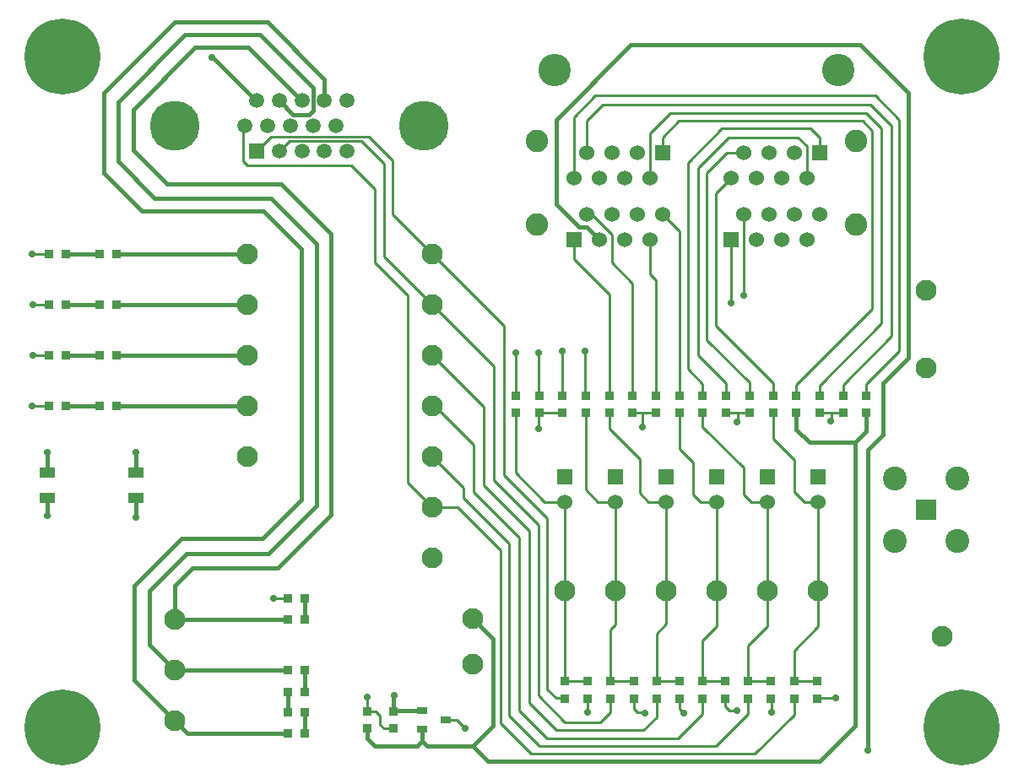
<source format=gtl>
G04*
G04 #@! TF.GenerationSoftware,Altium Limited,Altium Designer,19.1.8 (144)*
G04*
G04 Layer_Physical_Order=1*
G04 Layer_Color=255*
%FSLAX25Y25*%
%MOIN*%
G70*
G01*
G75*
%ADD10C,0.01000*%
%ADD13C,0.01500*%
%ADD33R,0.03740X0.03740*%
%ADD34R,0.03740X0.03740*%
%ADD35R,0.05906X0.04331*%
%ADD36R,0.03937X0.02559*%
%ADD37C,0.08268*%
%ADD38C,0.12795*%
%ADD39C,0.08858*%
%ADD40C,0.06000*%
%ADD41R,0.06000X0.06000*%
%ADD42C,0.05906*%
%ADD43R,0.05906X0.05906*%
%ADD44C,0.19685*%
%ADD45C,0.03000*%
%ADD46C,0.30000*%
%ADD47R,0.07874X0.07874*%
%ADD48C,0.09449*%
%ADD49R,0.06000X0.06000*%
%ADD50C,0.02800*%
D10*
X421150Y241653D02*
X425767D01*
X416533D02*
X421150D01*
Y238650D02*
Y241653D01*
X421000Y238500D02*
X421150Y238650D01*
X416500Y241620D02*
X416533Y241653D01*
X384217D02*
X388833D01*
X379600D02*
X384217D01*
X384000Y238000D02*
X384217Y238217D01*
Y241653D01*
X342667D02*
X346500D01*
Y236000D02*
Y241653D01*
X351900D01*
X342500Y241487D02*
X342667Y241653D01*
X305500Y241420D02*
X305733Y241653D01*
X314967D01*
X241154Y123846D02*
X243000Y122000D01*
X238000Y123846D02*
X241154D01*
X243000Y118586D02*
Y122000D01*
Y118586D02*
X244552Y117034D01*
X248244D01*
X238000Y123846D02*
Y129500D01*
X319500Y358500D02*
X328000Y367000D01*
X319500Y334500D02*
Y358500D01*
X238553Y350947D02*
X248000Y341500D01*
Y320000D02*
Y341500D01*
Y320000D02*
X263500Y304500D01*
X244500Y303500D02*
Y340000D01*
Y303500D02*
X263500Y284500D01*
X235447Y349053D02*
X244500Y340000D01*
X231500Y339500D02*
X241000Y330000D01*
X190500Y339500D02*
X231500D01*
X189000Y341000D02*
X190500Y339500D01*
X189000Y341000D02*
Y354394D01*
X189606Y355000D01*
X263500Y204500D02*
X273500D01*
X254000Y214000D02*
Y288000D01*
Y214000D02*
X263500Y204500D01*
X241000Y301000D02*
X254000Y288000D01*
X241000Y301000D02*
Y330000D01*
X221012Y344988D02*
X221024Y345000D01*
X199963Y350947D02*
X238553D01*
X207124Y349053D02*
X235447D01*
X203071Y345000D02*
X207124Y349053D01*
X194173Y345158D02*
X199963Y350947D01*
X105500Y304500D02*
X112153D01*
X106000Y284500D02*
X112153D01*
X106000Y264500D02*
X112153D01*
X105500Y244500D02*
X112153D01*
X201000Y168500D02*
X206653D01*
X273500Y204500D02*
X290500Y187500D01*
Y119000D02*
Y187500D01*
X263500Y224500D02*
X276000Y212000D01*
Y208000D02*
Y212000D01*
Y208000D02*
X294000Y190000D01*
Y122000D02*
Y190000D01*
X292000Y217000D02*
Y276000D01*
X263500Y304500D02*
X292000Y276000D01*
X288000Y215000D02*
Y260000D01*
X263500Y284500D02*
X288000Y260000D01*
X284000Y213000D02*
Y244000D01*
X263500Y264500D02*
X284000Y244000D01*
X280000Y210500D02*
Y229000D01*
X264500Y244500D02*
X280000Y229000D01*
X263500Y244500D02*
X264500D01*
X280000Y210500D02*
X298000Y192500D01*
X292000Y217000D02*
X309000Y200000D01*
X284000Y213000D02*
X302000Y195000D01*
X308000Y206500D02*
X316000D01*
X296500Y218000D02*
X308000Y206500D01*
X296500Y218000D02*
Y241653D01*
X305500Y130000D02*
Y197500D01*
X288000Y215000D02*
X305500Y197500D01*
X302000Y127000D02*
Y195000D01*
X298000Y124000D02*
Y192500D01*
X309000Y113000D02*
X360500D01*
X298000Y124000D02*
X309000Y113000D01*
X306000Y110000D02*
X375500D01*
X294000Y122000D02*
X306000Y110000D01*
X305500Y130000D02*
X316000Y119500D01*
X302000Y127000D02*
X312500Y116500D01*
X290500Y119000D02*
X302500Y107000D01*
X391000D01*
X316000Y119500D02*
X329914D01*
X312500Y116500D02*
X347000D01*
X329914Y119500D02*
X334016Y123602D01*
X347000Y116500D02*
X352107Y121607D01*
X360500Y113000D02*
X370198Y122698D01*
X375500Y110000D02*
X388289Y122789D01*
X391000Y107000D02*
X406380Y122380D01*
Y128941D01*
X388289Y122789D02*
Y128941D01*
X370198Y122698D02*
Y128941D01*
X352107Y121607D02*
Y128941D01*
X309000Y132500D02*
Y200000D01*
Y132500D02*
X312500Y129000D01*
X334016Y123602D02*
Y128941D01*
X312500Y129000D02*
X315866D01*
X315925Y128941D01*
X388833Y241653D02*
X389000Y241487D01*
X305500Y235500D02*
Y241420D01*
X324000Y249147D02*
X324500Y248646D01*
X305500Y249113D02*
X306000Y248613D01*
X386500Y288000D02*
Y320000D01*
X381500Y285000D02*
Y310000D01*
X305500Y249113D02*
Y265500D01*
X315000Y248380D02*
Y266000D01*
X324000Y249147D02*
Y266000D01*
X296500Y248346D02*
Y265500D01*
X324200Y248346D02*
X324500Y248646D01*
X314967Y248346D02*
X315000Y248380D01*
X305733Y248346D02*
X306000Y248613D01*
X438500Y367000D02*
X448000Y357500D01*
X328000Y367000D02*
X438500D01*
X436500Y363500D02*
X445000Y355000D01*
X331000Y363500D02*
X436500D01*
X324500Y357000D02*
X331000Y363500D01*
X435000Y360000D02*
X441000Y354000D01*
X357500Y360000D02*
X435000D01*
X349500Y352000D02*
X357500Y360000D01*
X433500Y357000D02*
X437300Y353200D01*
X361000Y357000D02*
X433500D01*
X354500Y350500D02*
X361000Y357000D01*
X413000Y354000D02*
X416500Y350500D01*
X378000Y354000D02*
X413000D01*
X364500Y340500D02*
X378000Y354000D01*
X411500Y334500D02*
Y347000D01*
X408000Y350500D02*
X411500Y347000D01*
X380500Y350500D02*
X408000D01*
X368500Y338500D02*
X380500Y350500D01*
X441000Y277000D02*
Y354000D01*
X445000Y272000D02*
Y355000D01*
X448000Y266000D02*
Y357500D01*
X437300Y282800D02*
Y353200D01*
X425767Y252767D02*
X445000Y272000D01*
X435000Y253000D02*
X448000Y266000D01*
X416533Y252533D02*
X441000Y277000D01*
X416533Y248346D02*
Y252533D01*
X407300Y252800D02*
X437300Y282800D01*
X407300Y248346D02*
Y252800D01*
X425767Y248346D02*
Y252767D01*
X435000Y248346D02*
Y253000D01*
X354500Y344500D02*
Y350500D01*
X349500Y334500D02*
Y352000D01*
X324500Y344500D02*
Y357000D01*
X388833Y248346D02*
Y253667D01*
X372000Y270500D02*
X388833Y253667D01*
X372000Y270500D02*
Y336500D01*
X379600Y248346D02*
Y253400D01*
X368500Y264500D02*
X379600Y253400D01*
X368500Y264500D02*
Y338500D01*
X375500Y328500D02*
X381500Y334500D01*
X375500Y276000D02*
Y328500D01*
Y276000D02*
X398067Y253433D01*
X372000Y336500D02*
X380000Y344500D01*
X364500Y259000D02*
Y340500D01*
Y259000D02*
X370367Y253133D01*
X398067Y248346D02*
Y253433D01*
X416500Y344500D02*
Y350500D01*
X370367Y248346D02*
Y253133D01*
X380000Y344500D02*
X386500D01*
X342667Y248346D02*
Y292833D01*
X334500Y301000D02*
X342667Y292833D01*
X334500Y301000D02*
Y312000D01*
X333433Y248346D02*
Y288567D01*
X319500Y302500D02*
X333433Y288567D01*
X319500Y302500D02*
Y310000D01*
X326500Y320000D02*
X334500Y312000D01*
X324500Y320000D02*
X326500D01*
X349500Y296500D02*
Y310000D01*
Y296500D02*
X351900Y294100D01*
Y248346D02*
Y294100D01*
X354500Y320000D02*
X361133Y313367D01*
Y248346D02*
Y313367D01*
X416000Y157500D02*
Y171500D01*
X406380Y147880D02*
X416000Y157500D01*
X406380Y135634D02*
Y147880D01*
X396000Y157500D02*
Y171500D01*
X388289Y149789D02*
X396000Y157500D01*
X388289Y135634D02*
Y149789D01*
X376000Y157500D02*
Y171500D01*
X370198Y151698D02*
X376000Y157500D01*
X370198Y135634D02*
Y151698D01*
X356000Y158500D02*
Y171500D01*
X352107Y154607D02*
X356000Y158500D01*
X352107Y135634D02*
Y154607D01*
X315925Y135634D02*
X324971D01*
X334016D02*
X343061D01*
X352107D02*
X361152D01*
X370198D02*
X379243D01*
X388289D02*
X397334D01*
X406380D02*
X415425D01*
X336000Y158000D02*
Y171500D01*
X334016Y156016D02*
X336000Y158000D01*
X334016Y135634D02*
Y156016D01*
X315925Y135634D02*
X316000Y135709D01*
Y171500D01*
X416000D02*
Y206500D01*
X396000Y171500D02*
Y206500D01*
X376000Y171500D02*
Y206500D01*
X356000Y171500D02*
Y206500D01*
X336000Y171500D02*
Y206500D01*
X316000Y171500D02*
Y206500D01*
X410500D02*
X416000D01*
X406500Y210500D02*
X410500Y206500D01*
X406500Y210500D02*
Y223000D01*
X398067Y231433D02*
X406500Y223000D01*
X398067Y231433D02*
Y241653D01*
X386500Y209500D02*
Y220000D01*
X370367Y236133D02*
X386500Y220000D01*
X370367Y236133D02*
Y241653D01*
X386500Y209500D02*
X389500Y206500D01*
X396000D01*
X369500D02*
X376000D01*
X366500Y209500D02*
X369500Y206500D01*
X366500Y209500D02*
Y222000D01*
X361133Y227367D02*
X366500Y222000D01*
X361133Y227367D02*
Y241653D01*
X333433Y235567D02*
X345500Y223500D01*
X333433Y235567D02*
Y241653D01*
X345500Y210000D02*
Y223500D01*
Y210000D02*
X349000Y206500D01*
X356000D01*
X329000D02*
X336000D01*
X324200Y211300D02*
X329000Y206500D01*
X324200Y211300D02*
Y241653D01*
X415484Y129000D02*
X423000D01*
X415425Y128941D02*
X415484Y129000D01*
X397500Y123500D02*
Y128775D01*
X397334Y128941D02*
X397500Y128775D01*
X381000Y124000D02*
X384000D01*
X379243Y125757D02*
X381000Y124000D01*
X379243Y125757D02*
Y128941D01*
X361152Y124848D02*
X363000Y123000D01*
X361152Y124848D02*
Y128941D01*
X344656Y123344D02*
X347156D01*
X343061Y124938D02*
X344656Y123344D01*
X343061Y124938D02*
Y128941D01*
X347156Y123344D02*
X347500Y123000D01*
X325000Y123500D02*
Y128912D01*
X324971Y128941D02*
X325000Y128912D01*
X273120Y120380D02*
X276500Y117000D01*
X268969Y120380D02*
X273120D01*
X248000Y116789D02*
X248244Y117034D01*
D13*
X257539Y110000D02*
X259520Y111980D01*
X241000Y110000D02*
X257539D01*
X238000Y113000D02*
X241000Y110000D01*
X238000Y113000D02*
Y117154D01*
X279500Y160500D02*
X287500Y152500D01*
X435500Y108500D02*
Y227000D01*
X441500Y233000D01*
X451500Y263500D02*
Y368000D01*
X441500Y253500D02*
X451500Y263500D01*
X441500Y233000D02*
Y253500D01*
X342000Y387000D02*
X432500D01*
X312500Y357500D02*
X342000Y387000D01*
X312500Y324000D02*
Y357500D01*
Y324000D02*
X321500Y315000D01*
X324500D01*
X329500Y310000D01*
X432500Y387000D02*
X451500Y368000D01*
X248372Y123854D02*
X248638Y124120D01*
X248372Y129872D02*
X248500Y130000D01*
X248372Y123854D02*
Y129872D01*
X248244Y123726D02*
X248372Y123854D01*
X195500Y391000D02*
X216500Y370000D01*
Y361000D02*
Y370000D01*
X215000Y359500D02*
X216500Y361000D01*
X208571Y359500D02*
X215000D01*
X203071Y365000D02*
X208571Y359500D01*
X166000Y391000D02*
X195500D01*
X221024Y365000D02*
Y373476D01*
X198500Y396000D02*
X221024Y373476D01*
X162000Y396000D02*
X198500D01*
X191000Y386000D02*
X212000Y365000D01*
X212047D01*
X139500Y364500D02*
X166000Y391000D01*
X170000Y386000D02*
X191000D01*
X145500Y361500D02*
X170000Y386000D01*
X139500Y341000D02*
Y364500D01*
X145500Y345500D02*
Y361500D01*
X139500Y341000D02*
X154000Y326500D01*
X134000Y368000D02*
X162000Y396000D01*
X134000Y336500D02*
Y368000D01*
Y336500D02*
X149000Y321500D01*
X154000Y326500D02*
X200000D01*
X149000Y321500D02*
X197000D01*
X200000Y326500D02*
X218000Y308500D01*
X204000Y332000D02*
X223500Y312500D01*
X159000Y332000D02*
X204000D01*
X145500Y345500D02*
X159000Y332000D01*
X212000Y207500D02*
Y306500D01*
X197000Y321500D02*
X212000Y306500D01*
X218000Y205000D02*
Y308500D01*
X223500Y201500D02*
Y312500D01*
X199000Y186000D02*
X218000Y205000D01*
X202500Y180500D02*
X223500Y201500D01*
X196500Y192000D02*
X212000Y207500D01*
X164500Y192000D02*
X196500D01*
X166500Y186000D02*
X199000D01*
X169000Y180500D02*
X202500D01*
X152000Y171500D02*
X166500Y186000D01*
X162000Y173500D02*
X169000Y180500D01*
X146000Y173500D02*
X164500Y192000D01*
X146000Y136000D02*
Y173500D01*
Y136000D02*
X162000Y120000D01*
X152000Y150000D02*
Y171500D01*
Y150000D02*
X162000Y140000D01*
Y160000D02*
Y173500D01*
X167000Y115000D02*
X206653D01*
X162000Y120000D02*
X167000Y115000D01*
X162000Y160000D02*
X206653D01*
X162000Y140000D02*
X206653D01*
X176500Y382000D02*
X176797D01*
X193797Y365000D01*
X194095D01*
X111500Y201000D02*
Y207980D01*
X111480Y208000D02*
X111500Y207980D01*
X146500Y200500D02*
Y207980D01*
X146520Y208000D01*
X146500Y218020D02*
Y226000D01*
Y218020D02*
X146520Y218000D01*
X111500Y218020D02*
Y226000D01*
X111480Y218000D02*
X111500Y218020D01*
X138847Y244500D02*
X190500D01*
X138847Y264500D02*
X190500D01*
X138847Y284500D02*
X190500D01*
X138847Y304500D02*
X190500D01*
X118846Y244500D02*
X132153D01*
X118846Y264500D02*
X132153D01*
X118846Y284500D02*
X132153D01*
X118846Y304500D02*
X132153D01*
X213347Y160000D02*
Y168500D01*
Y131500D02*
Y140000D01*
X206653Y123500D02*
Y131500D01*
X213347Y115000D02*
Y123500D01*
X279500Y110000D02*
X285500Y104000D01*
X287500Y118000D02*
Y152500D01*
X279500Y110000D02*
X287500Y118000D01*
X416500Y104000D02*
X430500Y118000D01*
X285500Y104000D02*
X416500D01*
X412500Y230000D02*
X430500D01*
X407300Y235200D02*
X412500Y230000D01*
X407300Y235200D02*
Y241653D01*
X435000Y234500D02*
Y241653D01*
X430500Y230000D02*
X435000Y234500D01*
X430500Y118000D02*
Y230000D01*
X261500Y110000D02*
X279500D01*
X259520Y111980D02*
X261500Y110000D01*
X259520Y111980D02*
Y116640D01*
X248638Y124120D02*
X259520D01*
D33*
X238000Y123846D02*
D03*
Y117154D02*
D03*
X435000Y241653D02*
D03*
Y248346D02*
D03*
X425767Y241653D02*
D03*
Y248346D02*
D03*
X416533Y241653D02*
D03*
Y248346D02*
D03*
X407300Y241653D02*
D03*
Y248346D02*
D03*
X398067Y241653D02*
D03*
Y248346D02*
D03*
X388833Y241653D02*
D03*
Y248346D02*
D03*
X379600Y241653D02*
D03*
Y248346D02*
D03*
X370367Y241653D02*
D03*
Y248346D02*
D03*
X351900Y241653D02*
D03*
Y248346D02*
D03*
X342667Y241653D02*
D03*
Y248346D02*
D03*
X333433Y241653D02*
D03*
Y248346D02*
D03*
X324200Y241653D02*
D03*
Y248346D02*
D03*
X314967Y241653D02*
D03*
Y248346D02*
D03*
X296500Y241653D02*
D03*
Y248346D02*
D03*
X305733Y241653D02*
D03*
Y248346D02*
D03*
X361133Y241653D02*
D03*
Y248346D02*
D03*
X248244Y117034D02*
D03*
Y123726D02*
D03*
X406380Y128941D02*
D03*
Y135634D02*
D03*
X388289Y128941D02*
D03*
Y135634D02*
D03*
X370198Y128941D02*
D03*
Y135634D02*
D03*
X352107Y128941D02*
D03*
Y135634D02*
D03*
X415425Y128941D02*
D03*
Y135634D02*
D03*
X397334Y128941D02*
D03*
Y135634D02*
D03*
X379243Y128941D02*
D03*
Y135634D02*
D03*
X361152Y128941D02*
D03*
Y135634D02*
D03*
X343061Y128941D02*
D03*
Y135634D02*
D03*
X334016Y128941D02*
D03*
Y135634D02*
D03*
X324971Y128941D02*
D03*
Y135634D02*
D03*
X315925Y128941D02*
D03*
Y135634D02*
D03*
D34*
X206653Y115000D02*
D03*
X213347D02*
D03*
Y123500D02*
D03*
X206653D02*
D03*
Y131500D02*
D03*
X213347D02*
D03*
Y140000D02*
D03*
X206653D02*
D03*
Y168500D02*
D03*
X213347D02*
D03*
Y160000D02*
D03*
X206653D02*
D03*
X132153Y304500D02*
D03*
X138847D02*
D03*
X118846D02*
D03*
X112153D02*
D03*
X132153Y284500D02*
D03*
X138847D02*
D03*
X118846D02*
D03*
X112153D02*
D03*
X132153Y264500D02*
D03*
X138847D02*
D03*
X118846D02*
D03*
X112153D02*
D03*
X132153Y244500D02*
D03*
X138847D02*
D03*
X118846D02*
D03*
X112153D02*
D03*
D35*
X111480Y208000D02*
D03*
X146520D02*
D03*
X111480Y218000D02*
D03*
X146520D02*
D03*
D36*
X268969Y120380D02*
D03*
X259520Y116640D02*
D03*
Y124120D02*
D03*
D37*
X279500Y160500D02*
D03*
X458500Y290000D02*
D03*
X465000Y153500D02*
D03*
X416000Y171500D02*
D03*
X396000D02*
D03*
X376000D02*
D03*
X356000D02*
D03*
X336000D02*
D03*
X316000D02*
D03*
X458500Y259500D02*
D03*
X279500Y142500D02*
D03*
X190500Y224500D02*
D03*
X263500Y184500D02*
D03*
X162000Y160000D02*
D03*
Y140000D02*
D03*
Y120000D02*
D03*
X190500Y244500D02*
D03*
Y264500D02*
D03*
Y284500D02*
D03*
Y304500D02*
D03*
X263500Y204500D02*
D03*
Y224500D02*
D03*
Y244500D02*
D03*
Y264500D02*
D03*
Y284500D02*
D03*
Y304500D02*
D03*
D38*
X312000Y377000D02*
D03*
X424000D02*
D03*
D39*
X431000Y316000D02*
D03*
Y349000D02*
D03*
X305000D02*
D03*
Y316000D02*
D03*
D40*
X329500Y310000D02*
D03*
X339500D02*
D03*
X349500D02*
D03*
X354500Y320000D02*
D03*
X344500D02*
D03*
X334500D02*
D03*
X324500D02*
D03*
Y344500D02*
D03*
X334500D02*
D03*
X344500D02*
D03*
X319500Y334500D02*
D03*
X349500D02*
D03*
X339500D02*
D03*
X329500D02*
D03*
X391500Y310000D02*
D03*
X401500D02*
D03*
X411500D02*
D03*
X416500Y320000D02*
D03*
X406500D02*
D03*
X396500D02*
D03*
X386500D02*
D03*
Y344500D02*
D03*
X396500D02*
D03*
X406500D02*
D03*
X411500Y334500D02*
D03*
X401500D02*
D03*
X381500D02*
D03*
X391500D02*
D03*
X336000Y206500D02*
D03*
X316000D02*
D03*
X376000D02*
D03*
X356000D02*
D03*
X416000D02*
D03*
X396000D02*
D03*
D41*
X319500Y310000D02*
D03*
X354500Y344500D02*
D03*
X381500Y310000D02*
D03*
X416500Y344500D02*
D03*
D42*
X194095Y365000D02*
D03*
X203071D02*
D03*
X212047D02*
D03*
X221024D02*
D03*
X230000D02*
D03*
X203071Y345000D02*
D03*
X212047D02*
D03*
X221024D02*
D03*
X230000D02*
D03*
X225512Y355000D02*
D03*
X216535D02*
D03*
X207559D02*
D03*
X198583D02*
D03*
X189606D02*
D03*
D43*
X194173Y345158D02*
D03*
D44*
X161929Y355000D02*
D03*
X260315D02*
D03*
D45*
X482342Y388405D02*
D03*
X478406Y372657D02*
D03*
X462657Y376594D02*
D03*
X478406Y392342D02*
D03*
X482342Y376594D02*
D03*
X466595Y372657D02*
D03*
Y392342D02*
D03*
X462657Y388405D02*
D03*
X461250Y382500D02*
D03*
X472500Y371250D02*
D03*
X483750Y382500D02*
D03*
X472500Y393750D02*
D03*
X127342Y388405D02*
D03*
X123406Y372657D02*
D03*
X107658Y376594D02*
D03*
X123406Y392342D02*
D03*
X127342Y376594D02*
D03*
X111594Y372657D02*
D03*
Y392342D02*
D03*
X107658Y388405D02*
D03*
X106250Y382500D02*
D03*
X117500Y371250D02*
D03*
X128750Y382500D02*
D03*
X117500Y393750D02*
D03*
X482342Y123406D02*
D03*
X478406Y107658D02*
D03*
X462657Y111594D02*
D03*
X478406Y127342D02*
D03*
X482342Y111594D02*
D03*
X466595Y107658D02*
D03*
Y127342D02*
D03*
X462657Y123406D02*
D03*
X461250Y117500D02*
D03*
X472500Y106250D02*
D03*
X483750Y117500D02*
D03*
X472500Y128750D02*
D03*
X127342Y123406D02*
D03*
X123406Y107658D02*
D03*
X107658Y111594D02*
D03*
X123406Y127342D02*
D03*
X127342Y111594D02*
D03*
X111594Y107658D02*
D03*
Y127342D02*
D03*
X107658Y123406D02*
D03*
X106250Y117500D02*
D03*
X117500Y106250D02*
D03*
X128750Y117500D02*
D03*
X117500Y128750D02*
D03*
D46*
X472500Y382500D02*
D03*
X117500D02*
D03*
X472500Y117500D02*
D03*
X117500D02*
D03*
D47*
X458677Y203323D02*
D03*
D48*
X446354Y215646D02*
D03*
X471000D02*
D03*
Y191000D02*
D03*
X446354D02*
D03*
D49*
X336000Y216500D02*
D03*
X316000D02*
D03*
X376000D02*
D03*
X356000D02*
D03*
X416000D02*
D03*
X396000D02*
D03*
D50*
X421000Y238500D02*
D03*
X384000Y238000D02*
D03*
X346500Y236000D02*
D03*
X238000Y129500D02*
D03*
X435500Y108500D02*
D03*
X248500Y130000D02*
D03*
X176500Y382000D02*
D03*
X111500Y201000D02*
D03*
X146500Y200500D02*
D03*
Y226000D02*
D03*
X111500D02*
D03*
X105500Y304500D02*
D03*
X106000Y284500D02*
D03*
Y264500D02*
D03*
X105500Y244500D02*
D03*
X201000Y168500D02*
D03*
X305500Y235500D02*
D03*
X386500Y288000D02*
D03*
X381500Y285000D02*
D03*
X305500Y265500D02*
D03*
X315000Y266000D02*
D03*
X324000D02*
D03*
X296500Y265500D02*
D03*
X423000Y129000D02*
D03*
X397500Y123500D02*
D03*
X384000Y124000D02*
D03*
X363000Y123000D02*
D03*
X347500D02*
D03*
X325000Y123500D02*
D03*
X276500Y117000D02*
D03*
M02*

</source>
